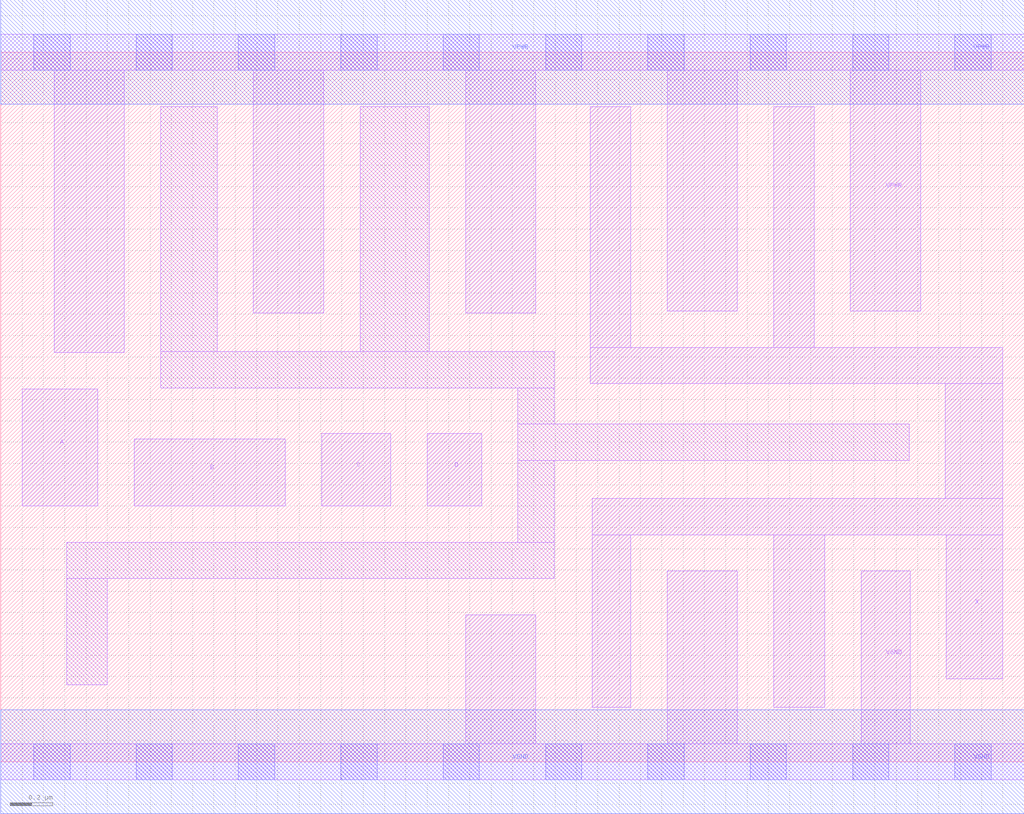
<source format=lef>
# Copyright 2020 The SkyWater PDK Authors
#
# Licensed under the Apache License, Version 2.0 (the "License");
# you may not use this file except in compliance with the License.
# You may obtain a copy of the License at
#
#     https://www.apache.org/licenses/LICENSE-2.0
#
# Unless required by applicable law or agreed to in writing, software
# distributed under the License is distributed on an "AS IS" BASIS,
# WITHOUT WARRANTIES OR CONDITIONS OF ANY KIND, either express or implied.
# See the License for the specific language governing permissions and
# limitations under the License.
#
# SPDX-License-Identifier: Apache-2.0

VERSION 5.7 ;
  NAMESCASESENSITIVE ON ;
  NOWIREEXTENSIONATPIN ON ;
  DIVIDERCHAR "/" ;
  BUSBITCHARS "[]" ;
UNITS
  DATABASE MICRONS 200 ;
END UNITS
MACRO sky130_fd_sc_lp__and4_4
  CLASS CORE ;
  SOURCE USER ;
  FOREIGN sky130_fd_sc_lp__and4_4 ;
  ORIGIN  0.000000  0.000000 ;
  SIZE  4.800000 BY  3.330000 ;
  SYMMETRY X Y R90 ;
  SITE unit ;
  PIN A
    ANTENNAGATEAREA  0.315000 ;
    DIRECTION INPUT ;
    USE SIGNAL ;
    PORT
      LAYER li1 ;
        RECT 0.100000 1.200000 0.455000 1.750000 ;
    END
  END A
  PIN B
    ANTENNAGATEAREA  0.315000 ;
    DIRECTION INPUT ;
    USE SIGNAL ;
    PORT
      LAYER li1 ;
        RECT 0.625000 1.200000 1.335000 1.515000 ;
    END
  END B
  PIN C
    ANTENNAGATEAREA  0.315000 ;
    DIRECTION INPUT ;
    USE SIGNAL ;
    PORT
      LAYER li1 ;
        RECT 1.505000 1.200000 1.830000 1.540000 ;
    END
  END C
  PIN D
    ANTENNAGATEAREA  0.315000 ;
    DIRECTION INPUT ;
    USE SIGNAL ;
    PORT
      LAYER li1 ;
        RECT 2.000000 1.200000 2.255000 1.540000 ;
    END
  END D
  PIN X
    ANTENNADIFFAREA  1.176000 ;
    DIRECTION OUTPUT ;
    USE SIGNAL ;
    PORT
      LAYER li1 ;
        RECT 2.765000 1.775000 4.700000 1.945000 ;
        RECT 2.765000 1.945000 2.955000 3.075000 ;
        RECT 2.775000 0.255000 2.955000 1.065000 ;
        RECT 2.775000 1.065000 4.700000 1.235000 ;
        RECT 3.625000 0.255000 3.865000 1.065000 ;
        RECT 3.625000 1.945000 3.815000 3.075000 ;
        RECT 4.430000 1.235000 4.700000 1.775000 ;
        RECT 4.435000 0.390000 4.700000 1.065000 ;
    END
  END X
  PIN VGND
    DIRECTION INOUT ;
    USE GROUND ;
    PORT
      LAYER li1 ;
        RECT 0.000000 -0.085000 4.800000 0.085000 ;
        RECT 2.180000  0.085000 2.510000 0.690000 ;
        RECT 3.125000  0.085000 3.455000 0.895000 ;
        RECT 4.035000  0.085000 4.265000 0.895000 ;
      LAYER mcon ;
        RECT 0.155000 -0.085000 0.325000 0.085000 ;
        RECT 0.635000 -0.085000 0.805000 0.085000 ;
        RECT 1.115000 -0.085000 1.285000 0.085000 ;
        RECT 1.595000 -0.085000 1.765000 0.085000 ;
        RECT 2.075000 -0.085000 2.245000 0.085000 ;
        RECT 2.555000 -0.085000 2.725000 0.085000 ;
        RECT 3.035000 -0.085000 3.205000 0.085000 ;
        RECT 3.515000 -0.085000 3.685000 0.085000 ;
        RECT 3.995000 -0.085000 4.165000 0.085000 ;
        RECT 4.475000 -0.085000 4.645000 0.085000 ;
      LAYER met1 ;
        RECT 0.000000 -0.245000 4.800000 0.245000 ;
    END
  END VGND
  PIN VPWR
    DIRECTION INOUT ;
    USE POWER ;
    PORT
      LAYER li1 ;
        RECT 0.000000 3.245000 4.800000 3.415000 ;
        RECT 0.250000 1.920000 0.580000 3.245000 ;
        RECT 1.185000 2.105000 1.515000 3.245000 ;
        RECT 2.180000 2.105000 2.510000 3.245000 ;
        RECT 3.125000 2.115000 3.455000 3.245000 ;
        RECT 3.985000 2.115000 4.315000 3.245000 ;
      LAYER mcon ;
        RECT 0.155000 3.245000 0.325000 3.415000 ;
        RECT 0.635000 3.245000 0.805000 3.415000 ;
        RECT 1.115000 3.245000 1.285000 3.415000 ;
        RECT 1.595000 3.245000 1.765000 3.415000 ;
        RECT 2.075000 3.245000 2.245000 3.415000 ;
        RECT 2.555000 3.245000 2.725000 3.415000 ;
        RECT 3.035000 3.245000 3.205000 3.415000 ;
        RECT 3.515000 3.245000 3.685000 3.415000 ;
        RECT 3.995000 3.245000 4.165000 3.415000 ;
        RECT 4.475000 3.245000 4.645000 3.415000 ;
      LAYER met1 ;
        RECT 0.000000 3.085000 4.800000 3.575000 ;
    END
  END VPWR
  OBS
    LAYER li1 ;
      RECT 0.310000 0.360000 0.500000 0.860000 ;
      RECT 0.310000 0.860000 2.595000 1.030000 ;
      RECT 0.750000 1.755000 2.595000 1.925000 ;
      RECT 0.750000 1.925000 1.015000 3.075000 ;
      RECT 1.685000 1.925000 2.010000 3.075000 ;
      RECT 2.425000 1.030000 2.595000 1.415000 ;
      RECT 2.425000 1.415000 4.260000 1.585000 ;
      RECT 2.425000 1.585000 2.595000 1.755000 ;
  END
END sky130_fd_sc_lp__and4_4

</source>
